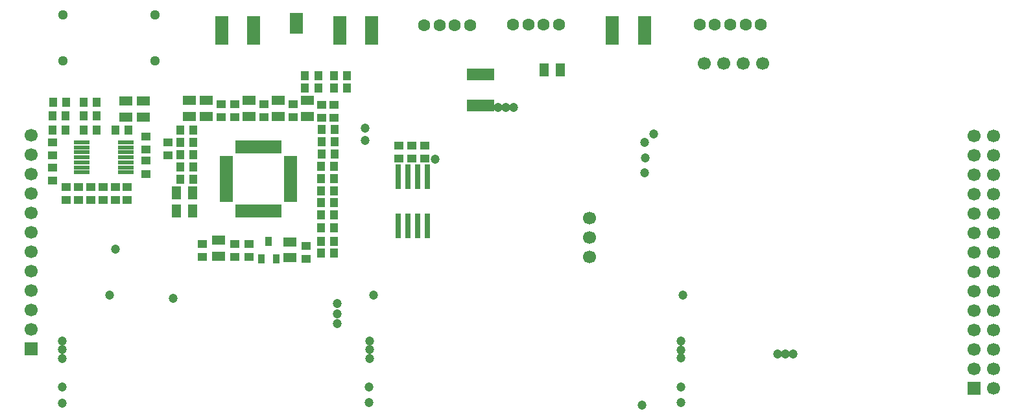
<source format=gbr>
G04 DipTrace 2.4.0.2*
%IN2_Layer_Bottom_Mask.gbr*%
%MOIN*%
%ADD19C,0.0512*%
%ADD48C,0.0472*%
%ADD49R,0.0787X0.0236*%
%ADD51R,0.0197X0.0709*%
%ADD53R,0.0709X0.0197*%
%ADD55R,0.0315X0.126*%
%ADD57C,0.063*%
%ADD61R,0.0335X0.0492*%
%ADD63R,0.0669X0.1063*%
%ADD67R,0.0669X0.1457*%
%ADD71C,0.0669*%
%ADD73R,0.0669X0.0669*%
%ADD75R,0.1417X0.063*%
%ADD76R,0.0512X0.0669*%
%ADD78R,0.0669X0.0512*%
%ADD80R,0.0429X0.0479*%
%ADD82R,0.0479X0.0429*%
%FSLAX44Y44*%
G04*
G70*
G90*
G75*
G01*
%LNBotMask*%
%LPD*%
D82*
X25630Y18937D3*
Y18268D3*
D80*
X21654Y21890D3*
X20984D3*
D82*
Y20377D3*
Y21046D3*
X20354Y20377D3*
Y21046D3*
D80*
X20984Y17874D3*
X20315D3*
D82*
X19528Y13110D3*
Y13780D3*
D80*
X20157Y21890D3*
X19488D3*
D78*
X19606Y21260D3*
Y20433D3*
D82*
X18858Y20394D3*
Y21063D3*
D78*
X18701Y13976D3*
Y13150D3*
X18110Y21260D3*
Y20433D3*
D82*
X17362Y20394D3*
Y21063D3*
D78*
X16614Y21260D3*
Y20433D3*
D82*
X15866Y20394D3*
Y21063D3*
Y13189D3*
Y13858D3*
X15157Y20394D3*
Y21063D3*
D78*
X15039Y14055D3*
Y13228D3*
X14409Y21260D3*
Y20433D3*
D80*
X13071Y19724D3*
X13740D3*
X13071Y19094D3*
X13740D3*
X13071Y18465D3*
X13740D3*
X13071Y17835D3*
X13740D3*
D82*
X14213Y13189D3*
Y13858D3*
D76*
X12874Y15551D3*
X13701D3*
D82*
X11299Y18740D3*
Y19409D3*
Y17480D3*
Y18150D3*
D78*
X11181Y21220D3*
Y20394D3*
X10276Y21220D3*
Y20394D3*
D80*
X10394Y19724D3*
X9724D3*
X8780Y21181D3*
X8110D3*
X8780Y19724D3*
X8110D3*
X6535Y21181D3*
X7205D3*
X7165Y19724D3*
X6496D3*
D78*
X13543Y21260D3*
Y20433D3*
D76*
X12874Y16496D3*
X13701D3*
D80*
X13071Y17205D3*
X13740D3*
D76*
X31772Y22835D3*
X32598D3*
D75*
X28504Y22598D3*
Y20984D3*
D19*
X7047Y25669D3*
Y23307D3*
X11772Y25669D3*
Y23307D3*
D73*
X5394Y8476D3*
D71*
Y9476D3*
Y10476D3*
Y11476D3*
Y12476D3*
Y13476D3*
Y14476D3*
Y15476D3*
Y16476D3*
Y17476D3*
Y18476D3*
Y19476D3*
X39996Y23150D3*
X40996D3*
X41996D3*
X42996D3*
X54870Y8437D3*
X53870D3*
X54870Y9437D3*
X53870D3*
X54870Y10437D3*
X53870D3*
X54870Y11437D3*
X53870D3*
X54870Y12437D3*
X53870D3*
X54870Y13437D3*
X53870D3*
X54870Y14437D3*
X53870D3*
X54870Y15437D3*
X53870D3*
X54870Y16437D3*
X53870D3*
X54870Y17437D3*
X53870D3*
X54870Y18437D3*
X53870D3*
X54870Y19437D3*
X53870D3*
D73*
Y6437D3*
D71*
Y7437D3*
X54870Y6437D3*
Y7437D3*
D48*
X26181Y18228D3*
D67*
X36929Y24882D3*
X15197D3*
X16850D3*
X21260D3*
X22913D3*
X35276D3*
D48*
X44567Y8189D3*
X44173D3*
X43780D3*
X38898Y11220D3*
X38819Y8858D3*
Y8386D3*
Y7992D3*
Y6496D3*
Y5709D3*
X37402Y19528D3*
X36969Y18307D3*
X36929Y19094D3*
Y17520D3*
X36811Y5551D3*
X30197Y20906D3*
X29803D3*
X29409D3*
X22992Y11220D3*
X22795Y8858D3*
Y8425D3*
Y7953D3*
X22756Y6496D3*
Y5709D3*
X22559Y19843D3*
Y19213D3*
X21142Y10787D3*
Y10276D3*
Y9764D3*
D63*
X19055Y25236D3*
D48*
X12717Y11063D3*
X9724Y13583D3*
X9449Y11220D3*
X7008Y8858D3*
Y8425D3*
Y7953D3*
Y6496D3*
Y5669D3*
D61*
X17992Y13110D3*
X17244D3*
X17618Y14016D3*
D82*
X24291Y18268D3*
Y18937D3*
X24961Y18268D3*
Y18937D3*
D80*
X21654Y22520D3*
X20984D3*
X21001Y19764D3*
X20331D3*
X21001Y19134D3*
X20331D3*
X21001Y18504D3*
X20331D3*
X20984Y17244D3*
X20315D3*
X20984Y16614D3*
X20315D3*
X20984Y15984D3*
X20315D3*
X20984Y15354D3*
X20315D3*
X20984Y14685D3*
X20315D3*
X20984Y14016D3*
X20315D3*
X20984Y13386D3*
X20315D3*
X20157Y22520D3*
X19488D3*
D82*
X16614Y13189D3*
Y13858D3*
X12441Y19094D3*
Y18425D3*
X10354Y16811D3*
Y16142D3*
X9724Y16811D3*
Y16142D3*
X9094Y16811D3*
Y16142D3*
X8465Y16811D3*
Y16142D3*
D80*
X8780Y20472D3*
X8110D3*
D82*
X7835Y16811D3*
Y16142D3*
X7205Y16811D3*
Y16142D3*
D80*
X6496Y20472D3*
X7165D3*
D82*
X6496Y19094D3*
Y18425D3*
Y17795D3*
Y17126D3*
D57*
X27962Y25148D3*
X27174D3*
X25599D3*
X26399D3*
X32529Y25157D3*
X31741D3*
X30166D3*
X30966D3*
X42913Y25154D3*
X42126D3*
X41339D3*
X40551D3*
X39764D3*
D71*
X34094Y15197D3*
Y14197D3*
Y13197D3*
D55*
X25787Y14803D3*
X25287D3*
X24787D3*
X24287D3*
Y17323D3*
X24787D3*
X25287D3*
X25787D3*
D53*
X18740Y18307D3*
Y18110D3*
Y17913D3*
Y17717D3*
Y17520D3*
Y17323D3*
Y17126D3*
Y16929D3*
Y16732D3*
Y16535D3*
Y16339D3*
Y16142D3*
D51*
X18169Y15571D3*
X17972D3*
X17776D3*
X17579D3*
X17382D3*
X17185D3*
X16988D3*
X16791D3*
X16594D3*
X16398D3*
X16201D3*
X16004D3*
D53*
X15433Y16142D3*
Y16339D3*
Y16535D3*
Y16732D3*
Y16929D3*
Y17126D3*
Y17323D3*
Y17520D3*
Y17717D3*
Y17913D3*
Y18110D3*
Y18307D3*
D51*
X16004Y18878D3*
X16201D3*
X16398D3*
X16594D3*
X16791D3*
X16988D3*
X17185D3*
X17382D3*
X17579D3*
X17776D3*
X17972D3*
X18169D3*
D49*
X10276Y19094D3*
Y18839D3*
Y18583D3*
Y18327D3*
Y18071D3*
Y17815D3*
Y17559D3*
X7992D3*
Y17815D3*
Y18071D3*
Y18327D3*
Y18583D3*
Y18839D3*
Y19094D3*
M02*

</source>
